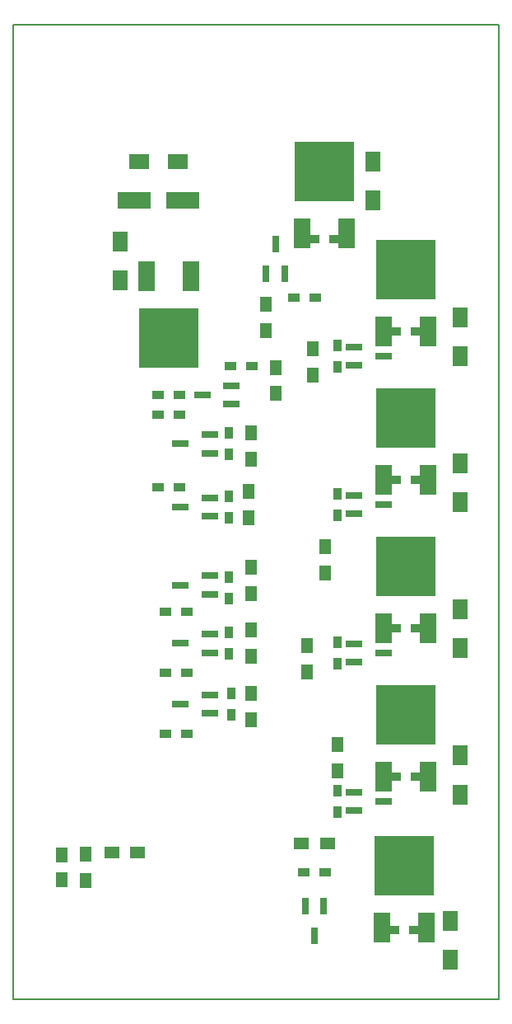
<source format=gtp>
G04 #@! TF.GenerationSoftware,KiCad,Pcbnew,7.0.7*
G04 #@! TF.CreationDate,2024-01-02T20:56:28+01:00*
G04 #@! TF.ProjectId,ventirad,76656e74-6972-4616-942e-6b696361645f,rev?*
G04 #@! TF.SameCoordinates,Original*
G04 #@! TF.FileFunction,Paste,Top*
G04 #@! TF.FilePolarity,Positive*
%FSLAX46Y46*%
G04 Gerber Fmt 4.6, Leading zero omitted, Abs format (unit mm)*
G04 Created by KiCad (PCBNEW 7.0.7) date 2024-01-02 20:56:28*
%MOMM*%
%LPD*%
G01*
G04 APERTURE LIST*
%ADD10R,2.000000X1.600000*%
%ADD11R,1.600000X2.000000*%
%ADD12R,1.250000X1.500000*%
%ADD13R,0.800100X1.800860*%
%ADD14R,1.651000X3.048000*%
%ADD15R,6.096000X6.096000*%
%ADD16R,1.800860X0.800100*%
%ADD17R,3.500120X1.800860*%
%ADD18R,1.300000X1.500000*%
%ADD19R,0.900000X1.200000*%
%ADD20R,1.200000X0.900000*%
%ADD21R,1.500000X1.300000*%
G04 #@! TA.AperFunction,Profile*
%ADD22C,0.150000*%
G04 #@! TD*
G04 APERTURE END LIST*
D10*
X124000000Y-74000000D03*
X120000000Y-74000000D03*
D11*
X118000000Y-86250000D03*
X118000000Y-82250000D03*
D12*
X112000000Y-145250000D03*
X112000000Y-147750000D03*
D13*
X138950000Y-150498860D03*
X137050000Y-150498860D03*
X138000000Y-153501140D03*
D14*
X144987000Y-152654000D03*
D15*
X147273000Y-146304000D03*
D14*
X149559000Y-152654000D03*
D16*
X142088860Y-138750000D03*
X142088860Y-140650000D03*
X145091140Y-139700000D03*
D14*
X145114000Y-137160000D03*
D15*
X147400000Y-130810000D03*
D14*
X149686000Y-137160000D03*
D16*
X142088860Y-123510000D03*
X142088860Y-125410000D03*
X145091140Y-124460000D03*
D14*
X145114000Y-121920000D03*
D15*
X147400000Y-115570000D03*
D14*
X149686000Y-121920000D03*
D16*
X142088860Y-108270000D03*
X142088860Y-110170000D03*
X145091140Y-109220000D03*
D14*
X145114000Y-106680000D03*
D15*
X147400000Y-100330000D03*
D14*
X149686000Y-106680000D03*
D16*
X142088860Y-93030000D03*
X142088860Y-94930000D03*
X145091140Y-93980000D03*
D14*
X145114000Y-91440000D03*
D15*
X147400000Y-85090000D03*
D14*
X149686000Y-91440000D03*
D13*
X133050000Y-85501140D03*
X134950000Y-85501140D03*
X134000000Y-82498860D03*
D14*
X136714000Y-81350000D03*
D15*
X139000000Y-75000000D03*
D14*
X141286000Y-81350000D03*
X125286000Y-85750000D03*
D15*
X123000000Y-92100000D03*
D14*
X120714000Y-85750000D03*
D17*
X124499360Y-78000000D03*
X119500640Y-78000000D03*
D18*
X140415000Y-136605000D03*
X140415000Y-133905000D03*
D19*
X140415000Y-138600000D03*
X140415000Y-140800000D03*
D20*
X148500000Y-137160000D03*
X146300000Y-137160000D03*
D18*
X137240000Y-123745000D03*
X137240000Y-126445000D03*
D19*
X140415000Y-123360000D03*
X140415000Y-125560000D03*
D20*
X148500000Y-121920000D03*
X146300000Y-121920000D03*
D18*
X139145000Y-113585000D03*
X139145000Y-116285000D03*
D19*
X140415000Y-108120000D03*
X140415000Y-110320000D03*
D20*
X148500000Y-106680000D03*
X146300000Y-106680000D03*
D18*
X137875000Y-93265000D03*
X137875000Y-95965000D03*
D19*
X140415000Y-92880000D03*
X140415000Y-95080000D03*
D20*
X148500000Y-91440000D03*
X146300000Y-91440000D03*
D18*
X133000000Y-88650000D03*
X133000000Y-91350000D03*
D20*
X135900000Y-88000000D03*
X138100000Y-88000000D03*
X140100000Y-82000000D03*
X137900000Y-82000000D03*
D18*
X114500000Y-147850000D03*
X114500000Y-145150000D03*
D21*
X119850000Y-145000000D03*
X117150000Y-145000000D03*
X139350000Y-144000000D03*
X136650000Y-144000000D03*
D20*
X139100000Y-147000000D03*
X136900000Y-147000000D03*
X148373000Y-152908000D03*
X146173000Y-152908000D03*
D16*
X127251140Y-130700000D03*
X127251140Y-128800000D03*
X124248860Y-129750000D03*
X127251140Y-124450000D03*
X127251140Y-122550000D03*
X124248860Y-123500000D03*
X127251140Y-118450000D03*
X127251140Y-116550000D03*
X124248860Y-117500000D03*
X127251140Y-110450000D03*
X127251140Y-108550000D03*
X124248860Y-109500000D03*
X127251140Y-103950000D03*
X127251140Y-102050000D03*
X124248860Y-103000000D03*
X129501140Y-98950000D03*
X129501140Y-97050000D03*
X126498860Y-98000000D03*
D19*
X129500000Y-130850000D03*
X129500000Y-128650000D03*
X129250000Y-124600000D03*
X129250000Y-122400000D03*
X129250000Y-118850000D03*
X129250000Y-116650000D03*
X129250000Y-110600000D03*
X129250000Y-108400000D03*
X129250000Y-104100000D03*
X129250000Y-101900000D03*
D20*
X131600000Y-95000000D03*
X129400000Y-95000000D03*
D18*
X131500000Y-131350000D03*
X131500000Y-128650000D03*
X131500000Y-124850000D03*
X131500000Y-122150000D03*
X131500000Y-118350000D03*
X131500000Y-115650000D03*
X131250000Y-110600000D03*
X131250000Y-107900000D03*
X131500000Y-104600000D03*
X131500000Y-101900000D03*
X134000000Y-95150000D03*
X134000000Y-97850000D03*
D20*
X122650000Y-132750000D03*
X124850000Y-132750000D03*
X122650000Y-126500000D03*
X124850000Y-126500000D03*
X122650000Y-120250000D03*
X124850000Y-120250000D03*
X121900000Y-107500000D03*
X124100000Y-107500000D03*
X121900000Y-100000000D03*
X124100000Y-100000000D03*
X121900000Y-98000000D03*
X124100000Y-98000000D03*
D11*
X144000000Y-74000000D03*
X144000000Y-78000000D03*
X153000000Y-135000000D03*
X153000000Y-139000000D03*
X153000000Y-120000000D03*
X153000000Y-124000000D03*
X153000000Y-90000000D03*
X153000000Y-94000000D03*
X153000000Y-105000000D03*
X153000000Y-109000000D03*
X152000000Y-156000000D03*
X152000000Y-152000000D03*
D22*
X107000000Y-60000000D02*
X157000000Y-60000000D01*
X107000000Y-160000000D02*
X107000000Y-60000000D01*
X157000000Y-160000000D02*
X107000000Y-160000000D01*
X157000000Y-60000000D02*
X157000000Y-160000000D01*
M02*

</source>
